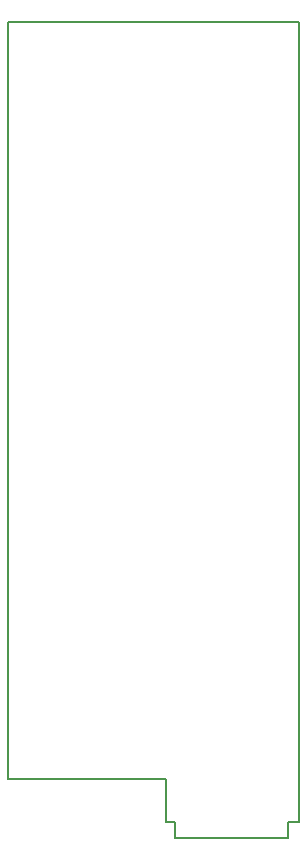
<source format=gbr>
G04 #@! TF.GenerationSoftware,KiCad,Pcbnew,(5.1.6)-1*
G04 #@! TF.CreationDate,2023-02-24T22:08:04-06:00*
G04 #@! TF.ProjectId,EncoderBoard3(1.2),456e636f-6465-4724-926f-617264332831,v1.0*
G04 #@! TF.SameCoordinates,Original*
G04 #@! TF.FileFunction,Profile,NP*
%FSLAX46Y46*%
G04 Gerber Fmt 4.6, Leading zero omitted, Abs format (unit mm)*
G04 Created by KiCad (PCBNEW (5.1.6)-1) date 2023-02-24 22:08:04*
%MOMM*%
%LPD*%
G01*
G04 APERTURE LIST*
G04 #@! TA.AperFunction,Profile*
%ADD10C,0.150000*%
G04 #@! TD*
G04 APERTURE END LIST*
D10*
X141986000Y-150000000D02*
X141000000Y-150000000D01*
X141000000Y-151320000D02*
X141000000Y-150000000D01*
X130700000Y-150000000D02*
X131500000Y-150000000D01*
X131500000Y-151320000D02*
X131500000Y-150000000D01*
X131500000Y-151320000D02*
X141000000Y-151320000D01*
X130700000Y-146320000D02*
X130700000Y-150000000D01*
X117340000Y-82219800D02*
X117340000Y-146320000D01*
X117340000Y-82219800D02*
X141986000Y-82219800D01*
X141986000Y-82219800D02*
X141986000Y-150000000D01*
X117340000Y-146320000D02*
X130700000Y-146320000D01*
M02*

</source>
